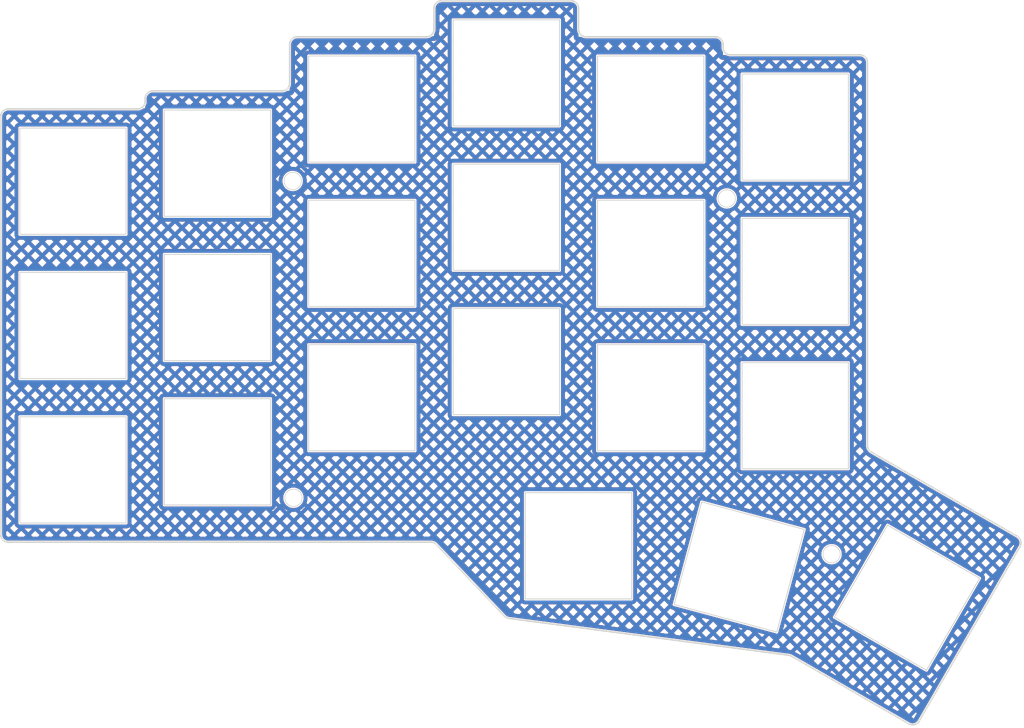
<source format=kicad_pcb>
(kicad_pcb (version 20211014) (generator pcbnew)
  (layers (0 "F.Cu" signal) (31 "B.Cu" signal) (34 "B.Paste" user) (35 "F.Paste" user) (36 "B.SilkS" user "B.Silkscreen") (37 "F.SilkS" user "F.Silkscreen") (38 "B.Mask" user) (39 "F.Mask" user) (44 "Edge.Cuts" user))
  (net 0 "")
  (footprint "kbd:SW_Hole" (layer "F.Cu") (at 42.721463 76.099368)
    (fp_text reference "K18" hide)
    (fp_text value "KEYSW" hide)
    (fp_line (start -7 -7) (end -7 7) (layer "Edge.Cuts") (width 0.12))
    (fp_line (start 7 7) (end 7 -7) (layer "Edge.Cuts") (width 0.12))
    (fp_line (start 7 -7) (end -7 -7) (layer "Edge.Cuts") (width 0.12))
    (fp_line (start -7 7) (end 7 7) (layer "Edge.Cuts") (width 0.12))
  )
  (footprint "kbd:SW_Hole" (layer "F.Cu") (at 118.721463 47.599367)
    (fp_text reference "K21" hide)
    (fp_text value "KEYSW" hide)
    (fp_line (start 7 7) (end 7 -7) (layer "Edge.Cuts") (width 0.12))
    (fp_line (start -7 7) (end 7 7) (layer "Edge.Cuts") (width 0.12))
    (fp_line (start 7 -7) (end -7 -7) (layer "Edge.Cuts") (width 0.12))
    (fp_line (start -7 -7) (end -7 7) (layer "Edge.Cuts") (width 0.12))
  )
  (footprint "kbd:SW_Hole" (layer "F.Cu") (at 42.721463 57.099368)
    (fp_text reference "K14" hide)
    (fp_text value "KEYSW" hide)
    (fp_line (start -7 -7) (end -7 7) (layer "Edge.Cuts") (width 0.12))
    (fp_line (start -7 7) (end 7 7) (layer "Edge.Cuts") (width 0.12))
    (fp_line (start 7 -7) (end -7 -7) (layer "Edge.Cuts") (width 0.12))
    (fp_line (start 7 7) (end 7 -7) (layer "Edge.Cuts") (width 0.12))
  )
  (footprint "kbd:SW_Hole" (layer "F.Cu") (at 61.721463 35.724368)
    (fp_text reference "K13" hide)
    (fp_text value "KEYSW" hide)
    (fp_line (start 7 -7) (end -7 -7) (layer "Edge.Cuts") (width 0.12))
    (fp_line (start -7 7) (end 7 7) (layer "Edge.Cuts") (width 0.12))
    (fp_line (start -7 -7) (end -7 7) (layer "Edge.Cuts") (width 0.12))
    (fp_line (start 7 7) (end 7 -7) (layer "Edge.Cuts") (width 0.12))
  )
  (footprint "kbd:SW_Hole" (layer "F.Cu") (at 152.426296 92.925796 60)
    (fp_text reference "K22" hide)
    (fp_text value "KEYSW" hide)
    (fp_line (start -7 7) (end 7 7) (layer "Edge.Cuts") (width 0.12))
    (fp_line (start 7 -7) (end -7 -7) (layer "Edge.Cuts") (width 0.12))
    (fp_line (start -7 -7) (end -7 7) (layer "Edge.Cuts") (width 0.12))
    (fp_line (start 7 7) (end 7 -7) (layer "Edge.Cuts") (width 0.12))
  )
  (footprint "kbd:M2_Hole_Edge_Cut" (layer "F.Cu") (at 128.721463 40.374367)
    (fp_text reference "H8")
    (fp_text value "MountingHole")
    (fp_circle (center 0 0) (end 1.15 0) (layer "Edge.Cuts") (width 0.1) (fill none))
  )
  (footprint "kbd:SW_Hole" (layer "F.Cu") (at 80.721463 66.599368)
    (fp_text reference "K9" hide)
    (fp_text value "KEYSW" hide)
    (fp_line (start 7 -7) (end -7 -7) (layer "Edge.Cuts") (width 0.12))
    (fp_line (start 7 7) (end 7 -7) (layer "Edge.Cuts") (width 0.12))
    (fp_line (start -7 7) (end 7 7) (layer "Edge.Cuts") (width 0.12))
    (fp_line (start -7 -7) (end -7 7) (layer "Edge.Cuts") (width 0.12))
  )
  (footprint "kbd:M2_Hole_Edge_Cut" (layer "F.Cu") (at 71.621463 38.074367)
    (fp_text reference "H4")
    (fp_text value "MountingHole")
    (fp_circle (center 0 0) (end 1.15 0) (layer "Edge.Cuts") (width 0.1) (fill none))
  )
  (footprint "kbd:SW_Hole" (layer "F.Cu") (at 130.35654 88.881582 -15)
    (fp_text reference "K1" hide)
    (fp_text value "KEYSW" hide)
    (fp_line (start 7 -7) (end -7 -7) (layer "Edge.Cuts") (width 0.12))
    (fp_line (start 7 7) (end 7 -7) (layer "Edge.Cuts") (width 0.12))
    (fp_line (start -7 -7) (end -7 7) (layer "Edge.Cuts") (width 0.12))
    (fp_line (start -7 7) (end 7 7) (layer "Edge.Cuts") (width 0.12))
  )
  (footprint "kbd:SW_Hole" (layer "F.Cu") (at 99.721463 23.849368)
    (fp_text reference "K11" hide)
    (fp_text value "KEYSW" hide)
    (fp_line (start -7 -7) (end -7 7) (layer "Edge.Cuts") (width 0.12))
    (fp_line (start 7 7) (end 7 -7) (layer "Edge.Cuts") (width 0.12))
    (fp_line (start -7 7) (end 7 7) (layer "Edge.Cuts") (width 0.12))
    (fp_line (start 7 -7) (end -7 -7) (layer "Edge.Cuts") (width 0.12))
  )
  (footprint "kbd:SW_Hole" (layer "F.Cu") (at 42.721463 38.099368)
    (fp_text reference "K7" hide)
    (fp_text value "KEYSW" hide)
    (fp_line (start 7 7) (end 7 -7) (layer "Edge.Cuts") (width 0.12))
    (fp_line (start 7 -7) (end -7 -7) (layer "Edge.Cuts") (width 0.12))
    (fp_line (start -7 7) (end 7 7) (layer "Edge.Cuts") (width 0.12))
    (fp_line (start -7 -7) (end -7 7) (layer "Edge.Cuts") (width 0.12))
  )
  (footprint "kbd:SW_Hole" (layer "F.Cu") (at 118.721463 66.599367)
    (fp_text reference "K12" hide)
    (fp_text value "KEYSW" hide)
    (fp_line (start 7 -7) (end -7 -7) (layer "Edge.Cuts") (width 0.12))
    (fp_line (start -7 -7) (end -7 7) (layer "Edge.Cuts") (width 0.12))
    (fp_line (start -7 7) (end 7 7) (layer "Edge.Cuts") (width 0.12))
    (fp_line (start 7 7) (end 7 -7) (layer "Edge.Cuts") (width 0.12))
  )
  (footprint "kbd:SW_Hole" (layer "F.Cu") (at 118.721463 28.599367)
    (fp_text reference "K16" hide)
    (fp_text value "KEYSW" hide)
    (fp_line (start 7 7) (end 7 -7) (layer "Edge.Cuts") (width 0.12))
    (fp_line (start 7 -7) (end -7 -7) (layer "Edge.Cuts") (width 0.12))
    (fp_line (start -7 -7) (end -7 7) (layer "Edge.Cuts") (width 0.12))
    (fp_line (start -7 7) (end 7 7) (layer "Edge.Cuts") (width 0.12))
  )
  (footprint "kbd:SW_Hole" (layer "F.Cu") (at 80.721463 47.599368)
    (fp_text reference "K6" hide)
    (fp_text value "KEYSW" hide)
    (fp_line (start 7 7) (end 7 -7) (layer "Edge.Cuts") (width 0.12))
    (fp_line (start -7 7) (end 7 7) (layer "Edge.Cuts") (width 0.12))
    (fp_line (start 7 -7) (end -7 -7) (layer "Edge.Cuts") (width 0.12))
    (fp_line (start -7 -7) (end -7 7) (layer "Edge.Cuts") (width 0.12))
  )
  (footprint "kbd:SW_Hole" (layer "F.Cu") (at 109.221463 86.099097)
    (fp_text reference "K5" hide)
    (fp_text value "KEYSW" hide)
    (fp_line (start 7 7) (end 7 -7) (layer "Edge.Cuts") (width 0.12))
    (fp_line (start -7 -7) (end -7 7) (layer "Edge.Cuts") (width 0.12))
    (fp_line (start -7 7) (end 7 7) (layer "Edge.Cuts") (width 0.12))
    (fp_line (start 7 -7) (end -7 -7) (layer "Edge.Cuts") (width 0.12))
  )
  (footprint "kbd:SW_Hole" (layer "F.Cu") (at 137.721463 49.974367)
    (fp_text reference "K3" hide)
    (fp_text value "KEYSW" hide)
    (fp_line (start 7 7) (end 7 -7) (layer "Edge.Cuts") (width 0.12))
    (fp_line (start -7 7) (end 7 7) (layer "Edge.Cuts") (width 0.12))
    (fp_line (start 7 -7) (end -7 -7) (layer "Edge.Cuts") (width 0.12))
    (fp_line (start -7 -7) (end -7 7) (layer "Edge.Cuts") (width 0.12))
  )
  (footprint "kbd:SW_Hole" (layer "F.Cu") (at 99.721463 42.849368)
    (fp_text reference "K19" hide)
    (fp_text value "KEYSW" hide)
    (fp_line (start 7 -7) (end -7 -7) (layer "Edge.Cuts") (width 0.12))
    (fp_line (start -7 7) (end 7 7) (layer "Edge.Cuts") (width 0.12))
    (fp_line (start -7 -7) (end -7 7) (layer "Edge.Cuts") (width 0.12))
    (fp_line (start 7 7) (end 7 -7) (layer "Edge.Cuts") (width 0.12))
  )
  (footprint "kbd:SW_Hole" (layer "F.Cu") (at 61.721463 73.724368)
    (fp_text reference "K8" hide)
    (fp_text value "KEYSW" hide)
    (fp_line (start 7 7) (end 7 -7) (layer "Edge.Cuts") (width 0.12))
    (fp_line (start -7 7) (end 7 7) (layer "Edge.Cuts") (width 0.12))
    (fp_line (start 7 -7) (end -7 -7) (layer "Edge.Cuts") (width 0.12))
    (fp_line (start -7 -7) (end -7 7) (layer "Edge.Cuts") (width 0.12))
  )
  (footprint "kbd:M2_Hole_Edge_Cut" (layer "F.Cu") (at 71.721463 79.774367)
    (fp_text reference "H5")
    (fp_text value "MountingHole")
    (fp_circle (center 0 0) (end 1.15 0) (layer "Edge.Cuts") (width 0.1) (fill none))
  )
  (footprint "kbd:SW_Hole" (layer "F.Cu") (at 137.721463 30.974367)
    (fp_text reference "K4" hide)
    (fp_text value "KEYSW" hide)
    (fp_line (start 7 7) (end 7 -7) (layer "Edge.Cuts") (width 0.12))
    (fp_line (start -7 -7) (end -7 7) (layer "Edge.Cuts") (width 0.12))
    (fp_line (start 7 -7) (end -7 -7) (layer "Edge.Cuts") (width 0.12))
    (fp_line (start -7 7) (end 7 7) (layer "Edge.Cuts") (width 0.12))
  )
  (footprint "kbd:SW_Hole" (layer "F.Cu") (at 137.721463 68.974367)
    (fp_text reference "K2" hide)
    (fp_text value "KEYSW" hide)
    (fp_line (start -7 7) (end 7 7) (layer "Edge.Cuts") (width 0.12))
    (fp_line (start 7 -7) (end -7 -7) (layer "Edge.Cuts") (width 0.12))
    (fp_line (start 7 7) (end 7 -7) (layer "Edge.Cuts") (width 0.12))
    (fp_line (start -7 -7) (end -7 7) (layer "Edge.Cuts") (width 0.12))
  )
  (footprint "kbd:SW_Hole" (layer "F.Cu") (at 99.721463 61.849368)
    (fp_text reference "K15" hide)
    (fp_text value "KEYSW" hide)
    (fp_line (start -7 -7) (end -7 7) (layer "Edge.Cuts") (width 0.12))
    (fp_line (start 7 -7) (end -7 -7) (layer "Edge.Cuts") (width 0.12))
    (fp_line (start -7 7) (end 7 7) (layer "Edge.Cuts") (width 0.12))
    (fp_line (start 7 7) (end 7 -7) (layer "Edge.Cuts") (width 0.12))
  )
  (footprint "kbd:M2_Hole_Edge_Cut" (layer "F.Cu") (at 142.507505 87.19918)
    (fp_text reference "H9")
    (fp_text value "MountingHole")
    (fp_circle (center 0 0) (end 1.15 0) (layer "Edge.Cuts") (width 0.1) (fill none))
  )
  (footprint "kbd:SW_Hole" (layer "F.Cu") (at 61.721463 54.724368)
    (fp_text reference "K17" hide)
    (fp_text value "KEYSW" hide)
    (fp_line (start -7 7) (end 7 7) (layer "Edge.Cuts") (width 0.12))
    (fp_line (start -7 -7) (end -7 7) (layer "Edge.Cuts") (width 0.12))
    (fp_line (start 7 -7) (end -7 -7) (layer "Edge.Cuts") (width 0.12))
    (fp_line (start 7 7) (end 7 -7) (layer "Edge.Cuts") (width 0.12))
  )
  (footprint "kbd:SW_Hole" (layer "F.Cu") (at 80.721463 28.599368)
    (fp_text reference "K20" hide)
    (fp_text value "KEYSW" hide)
    (fp_line (start 7 7) (end 7 -7) (layer "Edge.Cuts") (width 0.12))
    (fp_line (start -7 -7) (end -7 7) (layer "Edge.Cuts") (width 0.12))
    (fp_line (start 7 -7) (end -7 -7) (layer "Edge.Cuts") (width 0.12))
    (fp_line (start -7 7) (end 7 7) (layer "Edge.Cuts") (width 0.12))
  )
  (gr_arc (start 89.796623 85.599366) (mid 90.187011 85.679618) (end 90.514076 85.907372) (layer "Edge.Cuts") (width 0.2))
  (gr_arc (start 166.912511 84.834934) (mid 167.378437 85.442141) (end 167.278537 86.20096) (layer "Edge.Cuts") (width 0.2))
  (gr_arc (start 90.221463 18.099368) (mid 89.92857 18.806475) (end 89.221463 19.099368) (layer "Edge.Cuts") (width 0.2))
  (gr_line (start 33.221463 84.609762) (end 33.221464 41.849368) (layer "Edge.Cuts") (width 0.2))
  (gr_line (start 99.480311 95.345258) (end 90.514076 85.907372) (layer "Edge.Cuts") (width 0.2))
  (gr_line (start 147.721463 73.754978) (end 166.912511 84.834934) (layer "Edge.Cuts") (width 0.2))
  (gr_line (start 147.221463 22.474368) (end 147.221463 72.888952) (layer "Edge.Cuts") (width 0.2))
  (gr_arc (start 52.221466 27.599371) (mid 51.928571 28.306477) (end 51.221463 28.599368) (layer "Edge.Cuts") (width 0.2))
  (gr_arc (start 71.221463 25.224368) (mid 70.92857 25.931475) (end 70.221463 26.224368) (layer "Edge.Cuts") (width 0.2))
  (gr_line (start 52.221463 27.599368) (end 52.221463 27.224367) (layer "Edge.Cuts") (width 0.2))
  (gr_line (start 71.221463 25.224368) (end 71.221463 20.099368) (layer "Edge.Cuts") (width 0.2))
  (gr_arc (start 146.221463 21.474368) (mid 146.92857 21.767261) (end 147.221463 22.474368) (layer "Edge.Cuts") (width 0.2))
  (gr_arc (start 108.221463 14.349368) (mid 108.92857 14.642261) (end 109.221463 15.349368) (layer "Edge.Cuts") (width 0.2))
  (gr_line (start 110.221463 19.099367) (end 127.221463 19.099367) (layer "Edge.Cuts") (width 0.2))
  (gr_line (start 89.796623 85.599366) (end 51.221463 85.599366) (layer "Edge.Cuts") (width 0.2))
  (gr_line (start 152.662511 109.516658) (end 137.244527 100.615081) (layer "Edge.Cuts") (width 0.2))
  (gr_arc (start 110.221462 19.099368) (mid 109.514356 18.806474) (end 109.221463 18.099367) (layer "Edge.Cuts") (width 0.2))
  (gr_arc (start 34.211068 85.599367) (mid 33.511312 85.309518) (end 33.221463 84.609762) (layer "Edge.Cuts") (width 0.2))
  (gr_line (start 51.221463 85.599366) (end 34.211068 85.599366) (layer "Edge.Cuts") (width 0.2))
  (gr_arc (start 52.221463 27.224368) (mid 52.514356 26.517261) (end 53.221463 26.224368) (layer "Edge.Cuts") (width 0.2))
  (gr_line (start 53.221463 26.224368) (end 70.221463 26.224368) (layer "Edge.Cuts") (width 0.2))
  (gr_arc (start 129.221463 21.474367) (mid 128.514356 21.181474) (end 128.221463 20.474367) (layer "Edge.Cuts") (width 0.2))
  (gr_arc (start 90.221463 15.349368) (mid 90.514356 14.642261) (end 91.221463 14.349368) (layer "Edge.Cuts") (width 0.2))
  (gr_arc (start 127.221463 19.099367) (mid 127.92857 19.39226) (end 128.221463 20.099367) (layer "Edge.Cuts") (width 0.2))
  (gr_arc (start 100.068595 95.644797) (mid 99.748739 95.545528) (end 99.480311 95.345258) (layer "Edge.Cuts") (width 0.2))
  (gr_line (start 136.878894 100.490965) (end 100.068595 95.644797) (layer "Edge.Cuts") (width 0.2))
  (gr_line (start 109.221463 15.349368) (end 109.221463 18.099367) (layer "Edge.Cuts") (width 0.2))
  (gr_line (start 128.221463 20.099367) (end 128.221463 20.474367) (layer "Edge.Cuts") (width 0.2))
  (gr_arc (start 33.221464 29.599368) (mid 33.514357 28.892261) (end 34.221464 28.599368) (layer "Edge.Cuts") (width 0.2))
  (gr_line (start 33.221464 41.849368) (end 33.221464 29.599368) (layer "Edge.Cuts") (width 0.2))
  (gr_line (start 129.221463 21.474367) (end 146.221463 21.474368) (layer "Edge.Cuts") (width 0.2))
  (gr_line (start 167.278537 86.20096) (end 154.028537 109.150633) (layer "Edge.Cuts") (width 0.2))
  (gr_arc (start 136.878894 100.490965) (mid 137.067823 100.535017) (end 137.244527 100.615081) (layer "Edge.Cuts") (width 0.2))
  (gr_arc (start 147.721463 73.754977) (mid 147.355438 73.388952) (end 147.221463 72.888952) (layer "Edge.Cuts") (width 0.2))
  (gr_arc (start 71.221462 20.099368) (mid 71.514356 19.392261) (end 72.221463 19.099367) (layer "Edge.Cuts") (width 0.2))
  (gr_line (start 90.221463 18.099368) (end 90.221463 15.349368) (layer "Edge.Cuts") (width 0.2))
  (gr_line (start 91.221463 14.349368) (end 108.221463 14.349368) (layer "Edge.Cuts") (width 0.2))
  (gr_line (start 72.221463 19.099367) (end 89.221463 19.099368) (layer "Edge.Cuts") (width 0.2))
  (gr_arc (start 154.028536 109.150633) (mid 153.42133 109.616559) (end 152.662511 109.516658) (layer "Edge.Cuts") (width 0.2))
  (gr_line (start 34.221464 28.599368) (end 51.221463 28.599368) (layer "Edge.Cuts") (width 0.2))
  (zone (net 0) (net_name "") (layers F&B.Cu) (priority 1) (connect_pads (clearance 0.2)) (min_thickness 0.25) (fill yes (mode hatch) (thermal_gap 0.5) (thermal_bridge_width 0.5) (hatch_thickness 0.5) (hatch_gap 0.8) (hatch_orientation 45) (hatch_border_algorithm hatch_thickness) (hatch_min_hole_area 0.3))
    (polygon (pts (xy 109.221463 19.104952) (xy 128.221463 19.104952) (xy 128.221463 21.504952) (xy 147.221463 21.504952) (xy 147.221463 23.804952) (xy 147.721464 73.349367) (xy 167.821463 85.204952) (xy 153.421463 109.904952) (xy 137.021463 100.504952) (xy 99.721463 95.504952) (xy 90.121463 85.504952) (xy 33.221463 85.604952) (xy 33.221463 28.504952) (xy 52.221463 28.504952) (xy 52.221463 26.204952) (xy 71.221463 26.204952) (xy 71.221463 19.004952) (xy 90.221463 19.004952) (xy 90.221463 14.304952) (xy 109.221463 14.304952)))
  )
)
</source>
